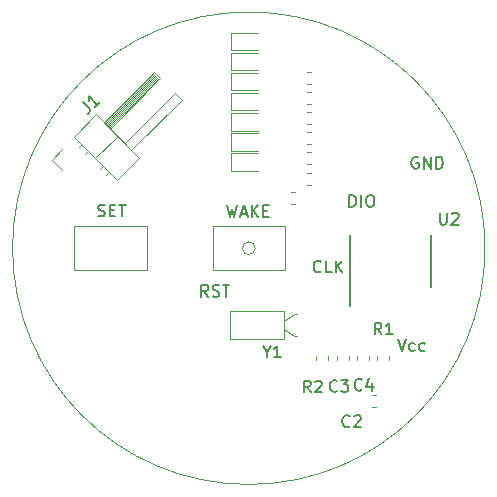
<source format=gbr>
G04 #@! TF.GenerationSoftware,KiCad,Pcbnew,5.1.4-1.fc30*
G04 #@! TF.CreationDate,2019-09-08T13:51:55+02:00*
G04 #@! TF.ProjectId,synchro2,73796e63-6872-46f3-922e-6b696361645f,rev?*
G04 #@! TF.SameCoordinates,Original*
G04 #@! TF.FileFunction,Legend,Top*
G04 #@! TF.FilePolarity,Positive*
%FSLAX46Y46*%
G04 Gerber Fmt 4.6, Leading zero omitted, Abs format (unit mm)*
G04 Created by KiCad (PCBNEW 5.1.4-1.fc30) date 2019-09-08 13:51:55*
%MOMM*%
%LPD*%
G04 APERTURE LIST*
%ADD10C,0.120000*%
%ADD11C,0.150000*%
G04 APERTURE END LIST*
D10*
X239100000Y-116300000D02*
G75*
G03X239100000Y-116300000I-20000000J0D01*
G01*
X219638516Y-116300000D02*
G75*
G03X219638516Y-116300000I-538516J0D01*
G01*
X222050000Y-121600000D02*
X217500000Y-121600000D01*
X217500000Y-121600000D02*
X217500000Y-124000000D01*
X217500000Y-124000000D02*
X222050000Y-124000000D01*
X222050000Y-124000000D02*
X222050000Y-121600000D01*
X222050000Y-122450000D02*
X222950000Y-121850000D01*
X222950000Y-121850000D02*
X223150000Y-121850000D01*
X222050000Y-123150000D02*
X222950000Y-123750000D01*
X222950000Y-123750000D02*
X223150000Y-123750000D01*
X222160000Y-114450000D02*
X222160000Y-118150000D01*
X216040000Y-114450000D02*
X222160000Y-114450000D01*
X216040000Y-118150000D02*
X216040000Y-114450000D01*
X222160000Y-118150000D02*
X216040000Y-118150000D01*
X219900000Y-103165000D02*
X217615000Y-103165000D01*
X217615000Y-103165000D02*
X217615000Y-104635000D01*
X217615000Y-104635000D02*
X219900000Y-104635000D01*
X224037221Y-106490000D02*
X224362779Y-106490000D01*
X224037221Y-107510000D02*
X224362779Y-107510000D01*
X224037221Y-102410000D02*
X224362779Y-102410000D01*
X224037221Y-101390000D02*
X224362779Y-101390000D01*
X224024721Y-110910000D02*
X224350279Y-110910000D01*
X224024721Y-109890000D02*
X224350279Y-109890000D01*
X219900000Y-106565000D02*
X217615000Y-106565000D01*
X217615000Y-106565000D02*
X217615000Y-108035000D01*
X217615000Y-108035000D02*
X219900000Y-108035000D01*
X229990000Y-125762779D02*
X229990000Y-125437221D01*
X231010000Y-125762779D02*
X231010000Y-125437221D01*
X224024721Y-105810000D02*
X224350279Y-105810000D01*
X224024721Y-104790000D02*
X224350279Y-104790000D01*
X217627500Y-102935000D02*
X219912500Y-102935000D01*
X217627500Y-101465000D02*
X217627500Y-102935000D01*
X219912500Y-101465000D02*
X217627500Y-101465000D01*
X217615000Y-106335000D02*
X219900000Y-106335000D01*
X217615000Y-104865000D02*
X217615000Y-106335000D01*
X219900000Y-104865000D02*
X217615000Y-104865000D01*
X224037221Y-103090000D02*
X224362779Y-103090000D01*
X224037221Y-104110000D02*
X224362779Y-104110000D01*
X219912500Y-99765000D02*
X217627500Y-99765000D01*
X217627500Y-99765000D02*
X217627500Y-101235000D01*
X217627500Y-101235000D02*
X219912500Y-101235000D01*
X224790000Y-125437221D02*
X224790000Y-125762779D01*
X225810000Y-125437221D02*
X225810000Y-125762779D01*
X222687221Y-111540000D02*
X223012779Y-111540000D01*
X222687221Y-112560000D02*
X223012779Y-112560000D01*
X202403949Y-108800000D02*
X203301974Y-107901974D01*
X203301974Y-109698026D02*
X202403949Y-108800000D01*
X207002214Y-110127290D02*
X207282986Y-109846518D01*
X206464813Y-109589888D02*
X206745584Y-109309117D01*
X213406530Y-103722973D02*
X209163890Y-107965614D01*
X212869129Y-103185572D02*
X213406530Y-103722973D01*
X208626488Y-107428213D02*
X212869129Y-103185572D01*
X206116259Y-108679792D02*
X207997163Y-106798888D01*
X205253589Y-108283812D02*
X205486934Y-108050467D01*
X204716188Y-107746411D02*
X204949533Y-107513066D01*
X207297128Y-106098852D02*
X211539768Y-101856211D01*
X207212275Y-106013999D02*
X211454916Y-101771359D01*
X207127422Y-105929146D02*
X211370063Y-101686506D01*
X207042569Y-105844294D02*
X211285210Y-101601653D01*
X206957716Y-105759441D02*
X211200357Y-101516800D01*
X206872864Y-105674588D02*
X211115504Y-101431947D01*
X211610479Y-101926922D02*
X207367838Y-106169563D01*
X211073078Y-101389521D02*
X211610479Y-101926922D01*
X206830437Y-105632162D02*
X211073078Y-101389521D01*
X206158686Y-104960410D02*
X204277782Y-106841314D01*
X209835641Y-108637365D02*
X206158686Y-104960410D01*
X207954737Y-110518269D02*
X209835641Y-108637365D01*
X204277782Y-106841314D02*
X207954737Y-110518269D01*
X224024721Y-109210000D02*
X224350279Y-109210000D01*
X224024721Y-108190000D02*
X224350279Y-108190000D01*
D11*
X227650000Y-121150000D02*
X227650000Y-115175000D01*
X234550000Y-119625000D02*
X234550000Y-115175000D01*
D10*
X217615000Y-109735000D02*
X219900000Y-109735000D01*
X217615000Y-108265000D02*
X217615000Y-109735000D01*
X219900000Y-108265000D02*
X217615000Y-108265000D01*
X210460000Y-118150000D02*
X204340000Y-118150000D01*
X204340000Y-118150000D02*
X204340000Y-114450000D01*
X204340000Y-114450000D02*
X210460000Y-114450000D01*
X210460000Y-114450000D02*
X210460000Y-118150000D01*
X229862779Y-129710000D02*
X229537221Y-129710000D01*
X229862779Y-128690000D02*
X229537221Y-128690000D01*
X227610000Y-125437221D02*
X227610000Y-125762779D01*
X226590000Y-125437221D02*
X226590000Y-125762779D01*
X217627500Y-99535000D02*
X219912500Y-99535000D01*
X217627500Y-98065000D02*
X217627500Y-99535000D01*
X219912500Y-98065000D02*
X217627500Y-98065000D01*
X228290000Y-125437221D02*
X228290000Y-125762779D01*
X229310000Y-125437221D02*
X229310000Y-125762779D01*
D11*
X220623809Y-125076190D02*
X220623809Y-125552380D01*
X220290476Y-124552380D02*
X220623809Y-125076190D01*
X220957142Y-124552380D01*
X221814285Y-125552380D02*
X221242857Y-125552380D01*
X221528571Y-125552380D02*
X221528571Y-124552380D01*
X221433333Y-124695238D01*
X221338095Y-124790476D01*
X221242857Y-124838095D01*
X233438095Y-108600000D02*
X233342857Y-108552380D01*
X233200000Y-108552380D01*
X233057142Y-108600000D01*
X232961904Y-108695238D01*
X232914285Y-108790476D01*
X232866666Y-108980952D01*
X232866666Y-109123809D01*
X232914285Y-109314285D01*
X232961904Y-109409523D01*
X233057142Y-109504761D01*
X233200000Y-109552380D01*
X233295238Y-109552380D01*
X233438095Y-109504761D01*
X233485714Y-109457142D01*
X233485714Y-109123809D01*
X233295238Y-109123809D01*
X233914285Y-109552380D02*
X233914285Y-108552380D01*
X234485714Y-109552380D01*
X234485714Y-108552380D01*
X234961904Y-109552380D02*
X234961904Y-108552380D01*
X235200000Y-108552380D01*
X235342857Y-108600000D01*
X235438095Y-108695238D01*
X235485714Y-108790476D01*
X235533333Y-108980952D01*
X235533333Y-109123809D01*
X235485714Y-109314285D01*
X235438095Y-109409523D01*
X235342857Y-109504761D01*
X235200000Y-109552380D01*
X234961904Y-109552380D01*
X231709523Y-124002380D02*
X232042857Y-125002380D01*
X232376190Y-124002380D01*
X233138095Y-124954761D02*
X233042857Y-125002380D01*
X232852380Y-125002380D01*
X232757142Y-124954761D01*
X232709523Y-124907142D01*
X232661904Y-124811904D01*
X232661904Y-124526190D01*
X232709523Y-124430952D01*
X232757142Y-124383333D01*
X232852380Y-124335714D01*
X233042857Y-124335714D01*
X233138095Y-124383333D01*
X233995238Y-124954761D02*
X233900000Y-125002380D01*
X233709523Y-125002380D01*
X233614285Y-124954761D01*
X233566666Y-124907142D01*
X233519047Y-124811904D01*
X233519047Y-124526190D01*
X233566666Y-124430952D01*
X233614285Y-124383333D01*
X233709523Y-124335714D01*
X233900000Y-124335714D01*
X233995238Y-124383333D01*
X215652380Y-120402380D02*
X215319047Y-119926190D01*
X215080952Y-120402380D02*
X215080952Y-119402380D01*
X215461904Y-119402380D01*
X215557142Y-119450000D01*
X215604761Y-119497619D01*
X215652380Y-119592857D01*
X215652380Y-119735714D01*
X215604761Y-119830952D01*
X215557142Y-119878571D01*
X215461904Y-119926190D01*
X215080952Y-119926190D01*
X216033333Y-120354761D02*
X216176190Y-120402380D01*
X216414285Y-120402380D01*
X216509523Y-120354761D01*
X216557142Y-120307142D01*
X216604761Y-120211904D01*
X216604761Y-120116666D01*
X216557142Y-120021428D01*
X216509523Y-119973809D01*
X216414285Y-119926190D01*
X216223809Y-119878571D01*
X216128571Y-119830952D01*
X216080952Y-119783333D01*
X216033333Y-119688095D01*
X216033333Y-119592857D01*
X216080952Y-119497619D01*
X216128571Y-119450000D01*
X216223809Y-119402380D01*
X216461904Y-119402380D01*
X216604761Y-119450000D01*
X216890476Y-119402380D02*
X217461904Y-119402380D01*
X217176190Y-120402380D02*
X217176190Y-119402380D01*
X225204761Y-118257142D02*
X225157142Y-118304761D01*
X225014285Y-118352380D01*
X224919047Y-118352380D01*
X224776190Y-118304761D01*
X224680952Y-118209523D01*
X224633333Y-118114285D01*
X224585714Y-117923809D01*
X224585714Y-117780952D01*
X224633333Y-117590476D01*
X224680952Y-117495238D01*
X224776190Y-117400000D01*
X224919047Y-117352380D01*
X225014285Y-117352380D01*
X225157142Y-117400000D01*
X225204761Y-117447619D01*
X226109523Y-118352380D02*
X225633333Y-118352380D01*
X225633333Y-117352380D01*
X226442857Y-118352380D02*
X226442857Y-117352380D01*
X227014285Y-118352380D02*
X226585714Y-117780952D01*
X227014285Y-117352380D02*
X226442857Y-117923809D01*
X227626190Y-112802380D02*
X227626190Y-111802380D01*
X227864285Y-111802380D01*
X228007142Y-111850000D01*
X228102380Y-111945238D01*
X228150000Y-112040476D01*
X228197619Y-112230952D01*
X228197619Y-112373809D01*
X228150000Y-112564285D01*
X228102380Y-112659523D01*
X228007142Y-112754761D01*
X227864285Y-112802380D01*
X227626190Y-112802380D01*
X228626190Y-112802380D02*
X228626190Y-111802380D01*
X229292857Y-111802380D02*
X229483333Y-111802380D01*
X229578571Y-111850000D01*
X229673809Y-111945238D01*
X229721428Y-112135714D01*
X229721428Y-112469047D01*
X229673809Y-112659523D01*
X229578571Y-112754761D01*
X229483333Y-112802380D01*
X229292857Y-112802380D01*
X229197619Y-112754761D01*
X229102380Y-112659523D01*
X229054761Y-112469047D01*
X229054761Y-112135714D01*
X229102380Y-111945238D01*
X229197619Y-111850000D01*
X229292857Y-111802380D01*
X217240476Y-112652380D02*
X217478571Y-113652380D01*
X217669047Y-112938095D01*
X217859523Y-113652380D01*
X218097619Y-112652380D01*
X218430952Y-113366666D02*
X218907142Y-113366666D01*
X218335714Y-113652380D02*
X218669047Y-112652380D01*
X219002380Y-113652380D01*
X219335714Y-113652380D02*
X219335714Y-112652380D01*
X219907142Y-113652380D02*
X219478571Y-113080952D01*
X219907142Y-112652380D02*
X219335714Y-113223809D01*
X220335714Y-113128571D02*
X220669047Y-113128571D01*
X220811904Y-113652380D02*
X220335714Y-113652380D01*
X220335714Y-112652380D01*
X220811904Y-112652380D01*
X230333333Y-123602380D02*
X230000000Y-123126190D01*
X229761904Y-123602380D02*
X229761904Y-122602380D01*
X230142857Y-122602380D01*
X230238095Y-122650000D01*
X230285714Y-122697619D01*
X230333333Y-122792857D01*
X230333333Y-122935714D01*
X230285714Y-123030952D01*
X230238095Y-123078571D01*
X230142857Y-123126190D01*
X229761904Y-123126190D01*
X231285714Y-123602380D02*
X230714285Y-123602380D01*
X231000000Y-123602380D02*
X231000000Y-122602380D01*
X230904761Y-122745238D01*
X230809523Y-122840476D01*
X230714285Y-122888095D01*
X224333333Y-128502380D02*
X224000000Y-128026190D01*
X223761904Y-128502380D02*
X223761904Y-127502380D01*
X224142857Y-127502380D01*
X224238095Y-127550000D01*
X224285714Y-127597619D01*
X224333333Y-127692857D01*
X224333333Y-127835714D01*
X224285714Y-127930952D01*
X224238095Y-127978571D01*
X224142857Y-128026190D01*
X223761904Y-128026190D01*
X224714285Y-127597619D02*
X224761904Y-127550000D01*
X224857142Y-127502380D01*
X225095238Y-127502380D01*
X225190476Y-127550000D01*
X225238095Y-127597619D01*
X225285714Y-127692857D01*
X225285714Y-127788095D01*
X225238095Y-127930952D01*
X224666666Y-128502380D01*
X225285714Y-128502380D01*
X205072603Y-103942681D02*
X205577679Y-104447757D01*
X205645023Y-104582444D01*
X205645023Y-104717131D01*
X205577679Y-104851818D01*
X205510336Y-104919161D01*
X206486817Y-103942681D02*
X206082756Y-104346742D01*
X206284786Y-104144711D02*
X205577679Y-103437604D01*
X205611351Y-103605963D01*
X205611351Y-103740650D01*
X205577679Y-103841665D01*
X235288095Y-113302380D02*
X235288095Y-114111904D01*
X235335714Y-114207142D01*
X235383333Y-114254761D01*
X235478571Y-114302380D01*
X235669047Y-114302380D01*
X235764285Y-114254761D01*
X235811904Y-114207142D01*
X235859523Y-114111904D01*
X235859523Y-113302380D01*
X236288095Y-113397619D02*
X236335714Y-113350000D01*
X236430952Y-113302380D01*
X236669047Y-113302380D01*
X236764285Y-113350000D01*
X236811904Y-113397619D01*
X236859523Y-113492857D01*
X236859523Y-113588095D01*
X236811904Y-113730952D01*
X236240476Y-114302380D01*
X236859523Y-114302380D01*
X206330952Y-113554761D02*
X206473809Y-113602380D01*
X206711904Y-113602380D01*
X206807142Y-113554761D01*
X206854761Y-113507142D01*
X206902380Y-113411904D01*
X206902380Y-113316666D01*
X206854761Y-113221428D01*
X206807142Y-113173809D01*
X206711904Y-113126190D01*
X206521428Y-113078571D01*
X206426190Y-113030952D01*
X206378571Y-112983333D01*
X206330952Y-112888095D01*
X206330952Y-112792857D01*
X206378571Y-112697619D01*
X206426190Y-112650000D01*
X206521428Y-112602380D01*
X206759523Y-112602380D01*
X206902380Y-112650000D01*
X207330952Y-113078571D02*
X207664285Y-113078571D01*
X207807142Y-113602380D02*
X207330952Y-113602380D01*
X207330952Y-112602380D01*
X207807142Y-112602380D01*
X208092857Y-112602380D02*
X208664285Y-112602380D01*
X208378571Y-113602380D02*
X208378571Y-112602380D01*
X227633333Y-131357142D02*
X227585714Y-131404761D01*
X227442857Y-131452380D01*
X227347619Y-131452380D01*
X227204761Y-131404761D01*
X227109523Y-131309523D01*
X227061904Y-131214285D01*
X227014285Y-131023809D01*
X227014285Y-130880952D01*
X227061904Y-130690476D01*
X227109523Y-130595238D01*
X227204761Y-130500000D01*
X227347619Y-130452380D01*
X227442857Y-130452380D01*
X227585714Y-130500000D01*
X227633333Y-130547619D01*
X228014285Y-130547619D02*
X228061904Y-130500000D01*
X228157142Y-130452380D01*
X228395238Y-130452380D01*
X228490476Y-130500000D01*
X228538095Y-130547619D01*
X228585714Y-130642857D01*
X228585714Y-130738095D01*
X228538095Y-130880952D01*
X227966666Y-131452380D01*
X228585714Y-131452380D01*
X226583333Y-128357142D02*
X226535714Y-128404761D01*
X226392857Y-128452380D01*
X226297619Y-128452380D01*
X226154761Y-128404761D01*
X226059523Y-128309523D01*
X226011904Y-128214285D01*
X225964285Y-128023809D01*
X225964285Y-127880952D01*
X226011904Y-127690476D01*
X226059523Y-127595238D01*
X226154761Y-127500000D01*
X226297619Y-127452380D01*
X226392857Y-127452380D01*
X226535714Y-127500000D01*
X226583333Y-127547619D01*
X226916666Y-127452380D02*
X227535714Y-127452380D01*
X227202380Y-127833333D01*
X227345238Y-127833333D01*
X227440476Y-127880952D01*
X227488095Y-127928571D01*
X227535714Y-128023809D01*
X227535714Y-128261904D01*
X227488095Y-128357142D01*
X227440476Y-128404761D01*
X227345238Y-128452380D01*
X227059523Y-128452380D01*
X226964285Y-128404761D01*
X226916666Y-128357142D01*
X228683333Y-128257142D02*
X228635714Y-128304761D01*
X228492857Y-128352380D01*
X228397619Y-128352380D01*
X228254761Y-128304761D01*
X228159523Y-128209523D01*
X228111904Y-128114285D01*
X228064285Y-127923809D01*
X228064285Y-127780952D01*
X228111904Y-127590476D01*
X228159523Y-127495238D01*
X228254761Y-127400000D01*
X228397619Y-127352380D01*
X228492857Y-127352380D01*
X228635714Y-127400000D01*
X228683333Y-127447619D01*
X229540476Y-127685714D02*
X229540476Y-128352380D01*
X229302380Y-127304761D02*
X229064285Y-128019047D01*
X229683333Y-128019047D01*
M02*

</source>
